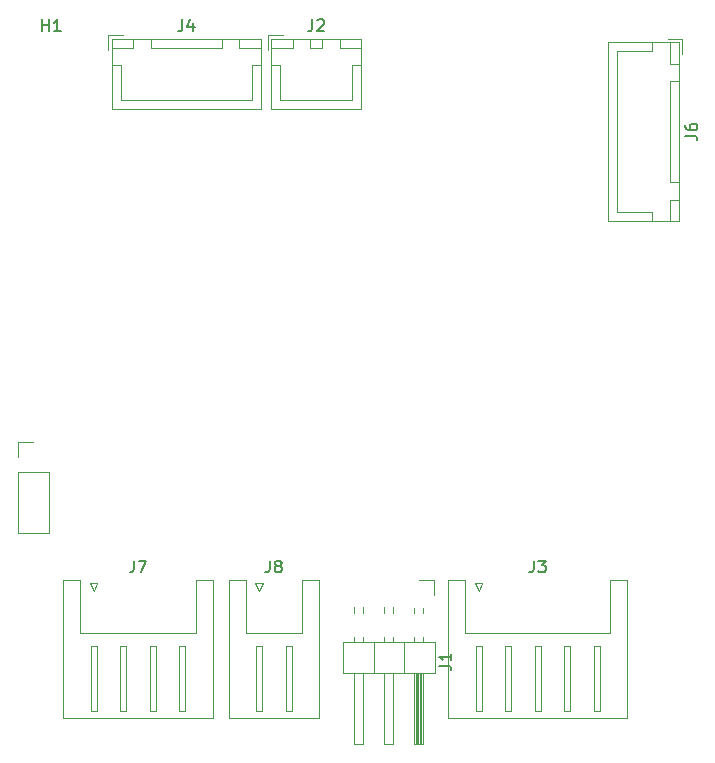
<source format=gbr>
%TF.GenerationSoftware,KiCad,Pcbnew,7.0.8*%
%TF.CreationDate,2023-12-29T15:21:52+01:00*%
%TF.ProjectId,Programmer,50726f67-7261-46d6-9d65-722e6b696361,rev?*%
%TF.SameCoordinates,Original*%
%TF.FileFunction,Legend,Top*%
%TF.FilePolarity,Positive*%
%FSLAX46Y46*%
G04 Gerber Fmt 4.6, Leading zero omitted, Abs format (unit mm)*
G04 Created by KiCad (PCBNEW 7.0.8) date 2023-12-29 15:21:52*
%MOMM*%
%LPD*%
G01*
G04 APERTURE LIST*
%ADD10C,0.150000*%
%ADD11C,0.120000*%
G04 APERTURE END LIST*
D10*
X72838095Y-35843819D02*
X72838095Y-34843819D01*
X72838095Y-35320009D02*
X73409523Y-35320009D01*
X73409523Y-35843819D02*
X73409523Y-34843819D01*
X74409523Y-35843819D02*
X73838095Y-35843819D01*
X74123809Y-35843819D02*
X74123809Y-34843819D01*
X74123809Y-34843819D02*
X74028571Y-34986676D01*
X74028571Y-34986676D02*
X73933333Y-35081914D01*
X73933333Y-35081914D02*
X73838095Y-35129533D01*
X127294819Y-44693333D02*
X128009104Y-44693333D01*
X128009104Y-44693333D02*
X128151961Y-44740952D01*
X128151961Y-44740952D02*
X128247200Y-44836190D01*
X128247200Y-44836190D02*
X128294819Y-44979047D01*
X128294819Y-44979047D02*
X128294819Y-45074285D01*
X127294819Y-43788571D02*
X127294819Y-43979047D01*
X127294819Y-43979047D02*
X127342438Y-44074285D01*
X127342438Y-44074285D02*
X127390057Y-44121904D01*
X127390057Y-44121904D02*
X127532914Y-44217142D01*
X127532914Y-44217142D02*
X127723390Y-44264761D01*
X127723390Y-44264761D02*
X128104342Y-44264761D01*
X128104342Y-44264761D02*
X128199580Y-44217142D01*
X128199580Y-44217142D02*
X128247200Y-44169523D01*
X128247200Y-44169523D02*
X128294819Y-44074285D01*
X128294819Y-44074285D02*
X128294819Y-43883809D01*
X128294819Y-43883809D02*
X128247200Y-43788571D01*
X128247200Y-43788571D02*
X128199580Y-43740952D01*
X128199580Y-43740952D02*
X128104342Y-43693333D01*
X128104342Y-43693333D02*
X127866247Y-43693333D01*
X127866247Y-43693333D02*
X127771009Y-43740952D01*
X127771009Y-43740952D02*
X127723390Y-43788571D01*
X127723390Y-43788571D02*
X127675771Y-43883809D01*
X127675771Y-43883809D02*
X127675771Y-44074285D01*
X127675771Y-44074285D02*
X127723390Y-44169523D01*
X127723390Y-44169523D02*
X127771009Y-44217142D01*
X127771009Y-44217142D02*
X127866247Y-44264761D01*
X106464819Y-89568333D02*
X107179104Y-89568333D01*
X107179104Y-89568333D02*
X107321961Y-89615952D01*
X107321961Y-89615952D02*
X107417200Y-89711190D01*
X107417200Y-89711190D02*
X107464819Y-89854047D01*
X107464819Y-89854047D02*
X107464819Y-89949285D01*
X107464819Y-88568333D02*
X107464819Y-89139761D01*
X107464819Y-88854047D02*
X106464819Y-88854047D01*
X106464819Y-88854047D02*
X106607676Y-88949285D01*
X106607676Y-88949285D02*
X106702914Y-89044523D01*
X106702914Y-89044523D02*
X106750533Y-89139761D01*
X95706666Y-34849819D02*
X95706666Y-35564104D01*
X95706666Y-35564104D02*
X95659047Y-35706961D01*
X95659047Y-35706961D02*
X95563809Y-35802200D01*
X95563809Y-35802200D02*
X95420952Y-35849819D01*
X95420952Y-35849819D02*
X95325714Y-35849819D01*
X96135238Y-34945057D02*
X96182857Y-34897438D01*
X96182857Y-34897438D02*
X96278095Y-34849819D01*
X96278095Y-34849819D02*
X96516190Y-34849819D01*
X96516190Y-34849819D02*
X96611428Y-34897438D01*
X96611428Y-34897438D02*
X96659047Y-34945057D01*
X96659047Y-34945057D02*
X96706666Y-35040295D01*
X96706666Y-35040295D02*
X96706666Y-35135533D01*
X96706666Y-35135533D02*
X96659047Y-35278390D01*
X96659047Y-35278390D02*
X96087619Y-35849819D01*
X96087619Y-35849819D02*
X96706666Y-35849819D01*
X114466666Y-80674819D02*
X114466666Y-81389104D01*
X114466666Y-81389104D02*
X114419047Y-81531961D01*
X114419047Y-81531961D02*
X114323809Y-81627200D01*
X114323809Y-81627200D02*
X114180952Y-81674819D01*
X114180952Y-81674819D02*
X114085714Y-81674819D01*
X114847619Y-80674819D02*
X115466666Y-80674819D01*
X115466666Y-80674819D02*
X115133333Y-81055771D01*
X115133333Y-81055771D02*
X115276190Y-81055771D01*
X115276190Y-81055771D02*
X115371428Y-81103390D01*
X115371428Y-81103390D02*
X115419047Y-81151009D01*
X115419047Y-81151009D02*
X115466666Y-81246247D01*
X115466666Y-81246247D02*
X115466666Y-81484342D01*
X115466666Y-81484342D02*
X115419047Y-81579580D01*
X115419047Y-81579580D02*
X115371428Y-81627200D01*
X115371428Y-81627200D02*
X115276190Y-81674819D01*
X115276190Y-81674819D02*
X114990476Y-81674819D01*
X114990476Y-81674819D02*
X114895238Y-81627200D01*
X114895238Y-81627200D02*
X114847619Y-81579580D01*
X92116666Y-80674819D02*
X92116666Y-81389104D01*
X92116666Y-81389104D02*
X92069047Y-81531961D01*
X92069047Y-81531961D02*
X91973809Y-81627200D01*
X91973809Y-81627200D02*
X91830952Y-81674819D01*
X91830952Y-81674819D02*
X91735714Y-81674819D01*
X92735714Y-81103390D02*
X92640476Y-81055771D01*
X92640476Y-81055771D02*
X92592857Y-81008152D01*
X92592857Y-81008152D02*
X92545238Y-80912914D01*
X92545238Y-80912914D02*
X92545238Y-80865295D01*
X92545238Y-80865295D02*
X92592857Y-80770057D01*
X92592857Y-80770057D02*
X92640476Y-80722438D01*
X92640476Y-80722438D02*
X92735714Y-80674819D01*
X92735714Y-80674819D02*
X92926190Y-80674819D01*
X92926190Y-80674819D02*
X93021428Y-80722438D01*
X93021428Y-80722438D02*
X93069047Y-80770057D01*
X93069047Y-80770057D02*
X93116666Y-80865295D01*
X93116666Y-80865295D02*
X93116666Y-80912914D01*
X93116666Y-80912914D02*
X93069047Y-81008152D01*
X93069047Y-81008152D02*
X93021428Y-81055771D01*
X93021428Y-81055771D02*
X92926190Y-81103390D01*
X92926190Y-81103390D02*
X92735714Y-81103390D01*
X92735714Y-81103390D02*
X92640476Y-81151009D01*
X92640476Y-81151009D02*
X92592857Y-81198628D01*
X92592857Y-81198628D02*
X92545238Y-81293866D01*
X92545238Y-81293866D02*
X92545238Y-81484342D01*
X92545238Y-81484342D02*
X92592857Y-81579580D01*
X92592857Y-81579580D02*
X92640476Y-81627200D01*
X92640476Y-81627200D02*
X92735714Y-81674819D01*
X92735714Y-81674819D02*
X92926190Y-81674819D01*
X92926190Y-81674819D02*
X93021428Y-81627200D01*
X93021428Y-81627200D02*
X93069047Y-81579580D01*
X93069047Y-81579580D02*
X93116666Y-81484342D01*
X93116666Y-81484342D02*
X93116666Y-81293866D01*
X93116666Y-81293866D02*
X93069047Y-81198628D01*
X93069047Y-81198628D02*
X93021428Y-81151009D01*
X93021428Y-81151009D02*
X92926190Y-81103390D01*
X80616666Y-80674819D02*
X80616666Y-81389104D01*
X80616666Y-81389104D02*
X80569047Y-81531961D01*
X80569047Y-81531961D02*
X80473809Y-81627200D01*
X80473809Y-81627200D02*
X80330952Y-81674819D01*
X80330952Y-81674819D02*
X80235714Y-81674819D01*
X80997619Y-80674819D02*
X81664285Y-80674819D01*
X81664285Y-80674819D02*
X81235714Y-81674819D01*
X84706666Y-34859819D02*
X84706666Y-35574104D01*
X84706666Y-35574104D02*
X84659047Y-35716961D01*
X84659047Y-35716961D02*
X84563809Y-35812200D01*
X84563809Y-35812200D02*
X84420952Y-35859819D01*
X84420952Y-35859819D02*
X84325714Y-35859819D01*
X85611428Y-35193152D02*
X85611428Y-35859819D01*
X85373333Y-34812200D02*
X85135238Y-35526485D01*
X85135238Y-35526485D02*
X85754285Y-35526485D01*
D11*
%TO.C,J6*%
X127040000Y-36510000D02*
X125790000Y-36510000D01*
X126750000Y-36800000D02*
X120780000Y-36800000D01*
X120780000Y-36800000D02*
X120780000Y-51920000D01*
X126740000Y-36810000D02*
X125990000Y-36810000D01*
X125990000Y-36810000D02*
X125990000Y-38610000D01*
X124490000Y-36810000D02*
X124490000Y-37560000D01*
X124490000Y-37560000D02*
X121540000Y-37560000D01*
X121540000Y-37560000D02*
X121540000Y-44360000D01*
X127040000Y-37760000D02*
X127040000Y-36510000D01*
X126740000Y-38610000D02*
X126740000Y-36810000D01*
X125990000Y-38610000D02*
X126740000Y-38610000D01*
X126740000Y-40110000D02*
X125990000Y-40110000D01*
X125990000Y-40110000D02*
X125990000Y-48610000D01*
X126740000Y-48610000D02*
X126740000Y-40110000D01*
X125990000Y-48610000D02*
X126740000Y-48610000D01*
X126740000Y-50110000D02*
X125990000Y-50110000D01*
X125990000Y-50110000D02*
X125990000Y-51910000D01*
X124490000Y-51160000D02*
X121540000Y-51160000D01*
X121540000Y-51160000D02*
X121540000Y-44360000D01*
X126740000Y-51910000D02*
X126740000Y-50110000D01*
X125990000Y-51910000D02*
X126740000Y-51910000D01*
X124490000Y-51910000D02*
X124490000Y-51160000D01*
X126750000Y-51920000D02*
X126750000Y-36800000D01*
X120780000Y-51920000D02*
X126750000Y-51920000D01*
%TO.C,J1*%
X106010000Y-82310000D02*
X106010000Y-83580000D01*
X104740000Y-82310000D02*
X106010000Y-82310000D01*
X102580000Y-84622929D02*
X102580000Y-85077071D01*
X101820000Y-84622929D02*
X101820000Y-85077071D01*
X100040000Y-84622929D02*
X100040000Y-85077071D01*
X99280000Y-84622929D02*
X99280000Y-85077071D01*
X105120000Y-84690000D02*
X105120000Y-85077071D01*
X104360000Y-84690000D02*
X104360000Y-85077071D01*
X105120000Y-87162929D02*
X105120000Y-87560000D01*
X104360000Y-87162929D02*
X104360000Y-87560000D01*
X102580000Y-87162929D02*
X102580000Y-87560000D01*
X101820000Y-87162929D02*
X101820000Y-87560000D01*
X100040000Y-87162929D02*
X100040000Y-87560000D01*
X99280000Y-87162929D02*
X99280000Y-87560000D01*
X106070000Y-87560000D02*
X98330000Y-87560000D01*
X103470000Y-87560000D02*
X103470000Y-90220000D01*
X100930000Y-87560000D02*
X100930000Y-90220000D01*
X98330000Y-87560000D02*
X98330000Y-90220000D01*
X106070000Y-90220000D02*
X106070000Y-87560000D01*
X105120000Y-90220000D02*
X105120000Y-96220000D01*
X105060000Y-90220000D02*
X105060000Y-96220000D01*
X104940000Y-90220000D02*
X104940000Y-96220000D01*
X104820000Y-90220000D02*
X104820000Y-96220000D01*
X104700000Y-90220000D02*
X104700000Y-96220000D01*
X104580000Y-90220000D02*
X104580000Y-96220000D01*
X104460000Y-90220000D02*
X104460000Y-96220000D01*
X102580000Y-90220000D02*
X102580000Y-96220000D01*
X100040000Y-90220000D02*
X100040000Y-96220000D01*
X98330000Y-90220000D02*
X106070000Y-90220000D01*
X105120000Y-96220000D02*
X104360000Y-96220000D01*
X104360000Y-96220000D02*
X104360000Y-90220000D01*
X102580000Y-96220000D02*
X101820000Y-96220000D01*
X101820000Y-96220000D02*
X101820000Y-90220000D01*
X100040000Y-96220000D02*
X99280000Y-96220000D01*
X99280000Y-96220000D02*
X99280000Y-90220000D01*
%TO.C,J2*%
X91940000Y-36195000D02*
X91940000Y-37445000D01*
X92230000Y-36485000D02*
X92230000Y-42455000D01*
X92230000Y-42455000D02*
X99850000Y-42455000D01*
X92240000Y-36495000D02*
X92240000Y-37245000D01*
X92240000Y-37245000D02*
X94040000Y-37245000D01*
X92240000Y-38745000D02*
X92990000Y-38745000D01*
X92990000Y-38745000D02*
X92990000Y-41695000D01*
X92990000Y-41695000D02*
X96040000Y-41695000D01*
X93190000Y-36195000D02*
X91940000Y-36195000D01*
X94040000Y-36495000D02*
X92240000Y-36495000D01*
X94040000Y-37245000D02*
X94040000Y-36495000D01*
X95540000Y-36495000D02*
X95540000Y-37245000D01*
X95540000Y-37245000D02*
X96540000Y-37245000D01*
X96540000Y-36495000D02*
X95540000Y-36495000D01*
X96540000Y-37245000D02*
X96540000Y-36495000D01*
X98040000Y-36495000D02*
X98040000Y-37245000D01*
X98040000Y-37245000D02*
X99840000Y-37245000D01*
X99090000Y-38745000D02*
X99090000Y-41695000D01*
X99090000Y-41695000D02*
X96040000Y-41695000D01*
X99840000Y-36495000D02*
X98040000Y-36495000D01*
X99840000Y-37245000D02*
X99840000Y-36495000D01*
X99840000Y-38745000D02*
X99090000Y-38745000D01*
X99850000Y-36485000D02*
X92230000Y-36485000D01*
X99850000Y-42455000D02*
X99850000Y-36485000D01*
%TO.C,J3*%
X107240000Y-82310000D02*
X108660000Y-82310000D01*
X107240000Y-94030000D02*
X107240000Y-82310000D01*
X108660000Y-82310000D02*
X108660000Y-86810000D01*
X108660000Y-86810000D02*
X114800000Y-86810000D01*
X109500000Y-82620000D02*
X110100000Y-82620000D01*
X109550000Y-87920000D02*
X109550000Y-93420000D01*
X109550000Y-93420000D02*
X110050000Y-93420000D01*
X109800000Y-83220000D02*
X109500000Y-82620000D01*
X110050000Y-87920000D02*
X109550000Y-87920000D01*
X110050000Y-93420000D02*
X110050000Y-87920000D01*
X110100000Y-82620000D02*
X109800000Y-83220000D01*
X112050000Y-87920000D02*
X112050000Y-93420000D01*
X112050000Y-93420000D02*
X112550000Y-93420000D01*
X112550000Y-87920000D02*
X112050000Y-87920000D01*
X112550000Y-93420000D02*
X112550000Y-87920000D01*
X114550000Y-87920000D02*
X114550000Y-93420000D01*
X114550000Y-93420000D02*
X115050000Y-93420000D01*
X114800000Y-94030000D02*
X107240000Y-94030000D01*
X114800000Y-94030000D02*
X122360000Y-94030000D01*
X115050000Y-87920000D02*
X114550000Y-87920000D01*
X115050000Y-93420000D02*
X115050000Y-87920000D01*
X117050000Y-87920000D02*
X117050000Y-93420000D01*
X117050000Y-93420000D02*
X117550000Y-93420000D01*
X117550000Y-87920000D02*
X117050000Y-87920000D01*
X117550000Y-93420000D02*
X117550000Y-87920000D01*
X119550000Y-87920000D02*
X119550000Y-93420000D01*
X119550000Y-93420000D02*
X120050000Y-93420000D01*
X120050000Y-87920000D02*
X119550000Y-87920000D01*
X120050000Y-93420000D02*
X120050000Y-87920000D01*
X120940000Y-82310000D02*
X120940000Y-86810000D01*
X120940000Y-86810000D02*
X114800000Y-86810000D01*
X122360000Y-82310000D02*
X120940000Y-82310000D01*
X122360000Y-94030000D02*
X122360000Y-82310000D01*
%TO.C,J8*%
X88640000Y-82310000D02*
X90060000Y-82310000D01*
X88640000Y-94030000D02*
X88640000Y-82310000D01*
X90060000Y-82310000D02*
X90060000Y-86810000D01*
X90060000Y-86810000D02*
X92450000Y-86810000D01*
X90900000Y-82620000D02*
X91500000Y-82620000D01*
X90950000Y-87920000D02*
X90950000Y-93420000D01*
X90950000Y-93420000D02*
X91450000Y-93420000D01*
X91200000Y-83220000D02*
X90900000Y-82620000D01*
X91450000Y-87920000D02*
X90950000Y-87920000D01*
X91450000Y-93420000D02*
X91450000Y-87920000D01*
X91500000Y-82620000D02*
X91200000Y-83220000D01*
X92450000Y-94030000D02*
X88640000Y-94030000D01*
X92450000Y-94030000D02*
X96260000Y-94030000D01*
X93450000Y-87920000D02*
X93450000Y-93420000D01*
X93450000Y-93420000D02*
X93950000Y-93420000D01*
X93950000Y-87920000D02*
X93450000Y-87920000D01*
X93950000Y-93420000D02*
X93950000Y-87920000D01*
X94840000Y-82310000D02*
X94840000Y-86810000D01*
X94840000Y-86810000D02*
X92450000Y-86810000D01*
X96260000Y-82310000D02*
X94840000Y-82310000D01*
X96260000Y-94030000D02*
X96260000Y-82310000D01*
%TO.C,J7*%
X74640000Y-82310000D02*
X76060000Y-82310000D01*
X74640000Y-94030000D02*
X74640000Y-82310000D01*
X76060000Y-82310000D02*
X76060000Y-86810000D01*
X76060000Y-86810000D02*
X80950000Y-86810000D01*
X76900000Y-82620000D02*
X77500000Y-82620000D01*
X76950000Y-87920000D02*
X76950000Y-93420000D01*
X76950000Y-93420000D02*
X77450000Y-93420000D01*
X77200000Y-83220000D02*
X76900000Y-82620000D01*
X77450000Y-87920000D02*
X76950000Y-87920000D01*
X77450000Y-93420000D02*
X77450000Y-87920000D01*
X77500000Y-82620000D02*
X77200000Y-83220000D01*
X79450000Y-87920000D02*
X79450000Y-93420000D01*
X79450000Y-93420000D02*
X79950000Y-93420000D01*
X79950000Y-87920000D02*
X79450000Y-87920000D01*
X79950000Y-93420000D02*
X79950000Y-87920000D01*
X80950000Y-94030000D02*
X74640000Y-94030000D01*
X80950000Y-94030000D02*
X87260000Y-94030000D01*
X81950000Y-87920000D02*
X81950000Y-93420000D01*
X81950000Y-93420000D02*
X82450000Y-93420000D01*
X82450000Y-87920000D02*
X81950000Y-87920000D01*
X82450000Y-93420000D02*
X82450000Y-87920000D01*
X84450000Y-87920000D02*
X84450000Y-93420000D01*
X84450000Y-93420000D02*
X84950000Y-93420000D01*
X84950000Y-87920000D02*
X84450000Y-87920000D01*
X84950000Y-93420000D02*
X84950000Y-87920000D01*
X85840000Y-82310000D02*
X85840000Y-86810000D01*
X85840000Y-86810000D02*
X80950000Y-86810000D01*
X87260000Y-82310000D02*
X85840000Y-82310000D01*
X87260000Y-94030000D02*
X87260000Y-82310000D01*
%TO.C,J5*%
X70770000Y-70610000D02*
X72100000Y-70610000D01*
X70770000Y-71940000D02*
X70770000Y-70610000D01*
X70770000Y-73210000D02*
X70770000Y-78350000D01*
X70770000Y-73210000D02*
X73430000Y-73210000D01*
X70770000Y-78350000D02*
X73430000Y-78350000D01*
X73430000Y-73210000D02*
X73430000Y-78350000D01*
%TO.C,J4*%
X78440000Y-36205000D02*
X78440000Y-37455000D01*
X78730000Y-36495000D02*
X78730000Y-42465000D01*
X78730000Y-42465000D02*
X91350000Y-42465000D01*
X78740000Y-36505000D02*
X78740000Y-37255000D01*
X78740000Y-37255000D02*
X80540000Y-37255000D01*
X78740000Y-38755000D02*
X79490000Y-38755000D01*
X79490000Y-38755000D02*
X79490000Y-41705000D01*
X79490000Y-41705000D02*
X85040000Y-41705000D01*
X79690000Y-36205000D02*
X78440000Y-36205000D01*
X80540000Y-36505000D02*
X78740000Y-36505000D01*
X80540000Y-37255000D02*
X80540000Y-36505000D01*
X82040000Y-36505000D02*
X82040000Y-37255000D01*
X82040000Y-37255000D02*
X88040000Y-37255000D01*
X88040000Y-36505000D02*
X82040000Y-36505000D01*
X88040000Y-37255000D02*
X88040000Y-36505000D01*
X89540000Y-36505000D02*
X89540000Y-37255000D01*
X89540000Y-37255000D02*
X91340000Y-37255000D01*
X90590000Y-38755000D02*
X90590000Y-41705000D01*
X90590000Y-41705000D02*
X85040000Y-41705000D01*
X91340000Y-36505000D02*
X89540000Y-36505000D01*
X91340000Y-37255000D02*
X91340000Y-36505000D01*
X91340000Y-38755000D02*
X90590000Y-38755000D01*
X91350000Y-36495000D02*
X78730000Y-36495000D01*
X91350000Y-42465000D02*
X91350000Y-36495000D01*
%TD*%
M02*

</source>
